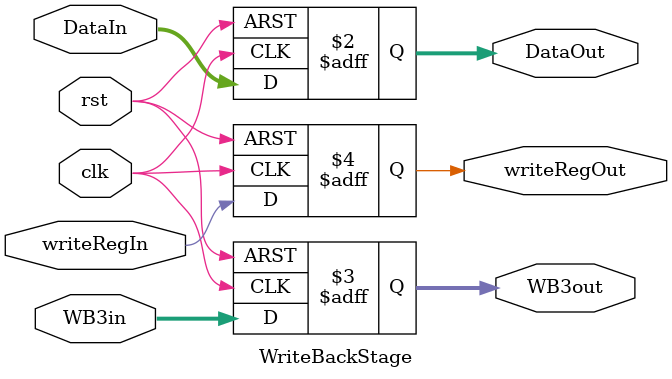
<source format=v>
module PCFetch (
    input clk,
    input rst,
    input [15:0] pc_next,
    input StallF,
    output reg [15:0] pc_out
);

    always @(posedge clk or posedge rst) begin
        if (rst) begin
            pc_out <= 16'h0000;
        end 
        if (StallF == 0) begin
            pc_out <= pc_next;
        end
    end

endmodule
//2: Decode Stage
module DecodeStage(input [15:0] InstructionIn,
input StallD,
input CLK,
input Reset,
output reg [15:0] InstructionOut);
always @ (posedge CLK or posedge Reset )begin
    if (Reset) begin
        InstructionOut <= 16'b0; 
    end
    if (StallD==0) begin
    InstructionOut <= InstructionIn;
    end
end
endmodule

// Stage 3: ExecuteStage
module ExecuteStage(
    input rst,
    input clk,
    input [15: 0] out1in, 
    input [15: 0] out2in,
    input [2: 0] wb1in,
    input [15: 0] extin,
    input forSignalIn,
    input writeRegIn,
    input [2: 0] aluControl,
    input BNEin,
    input IMMin,
    input branchIn,
    input writeMemoryIn,
    input loadIn,
    input FlushE,
    output [15: 0] out1out,
    output [15: 0] out2out,
    output reg [2: 0] wb1out,
    output [15: 0] extout,
    output forSignalOut,
    output writeRegOut,
    output [2: 0] aluControlOut,
    output BNEOut,
    output IMMOut,
    output branchOut,
    output writeMemoryOut,
    output loadOut
);


    reg [15: 0] out1out, out2out, extout;
    reg forSignalOut, writeRegOut;
    reg [2: 0] aluControlOut;
    reg BNEOut, IMMOut, branchOut, writeMemoryOut, loadOut;


    always @ (posedge clk or posedge rst) begin
        if (rst || FlushE) begin
            out1out = 16'h0000;
            out2out = 16'h0000;
            wb1out = 16'h0000;
            extout = 16'h0000;
            forSignalOut = 0;
            writeRegOut = 0;
            aluControlOut = 3'b000;
            BNEOut = 0;
            IMMOut = 0;
            branchOut = 0;
            writeMemoryOut = 0;
            loadOut = 0;
        end else begin
            out1out <= out1in;
            out2out <= out2in;
            wb1out <= wb1in;
            extout <= extin;
            forSignalOut <= forSignalIn;
            writeRegOut <= writeRegIn;
            aluControlOut <= aluControl;
            BNEOut <= BNEin;
            IMMOut <= IMMin;
            branchOut <= branchIn;
            writeMemoryOut <= writeMemoryIn;
            loadOut <= loadIn;
        end
    end
endmodule

// Stage 4: MemoryStage
module MemoryStage(
    input clk,
    input rst,
    input [15:0] aluIn, 
    input [15:0] DataIn, 
    input [2:0] WB2in, 
    input writeMemoryIn,
    input forSignalIn,
    input loadIn, 
    input writeRegIn,   
    output reg [15:0] aluOut,
    output reg [15:0] DataOut,
    output reg [2:0] WB2out,
    output reg writeMemoryOut,
    output reg forSignalOut,
    output reg loadOut,
    output reg writeRegOut
);

    // Sequential block to update outputs on clock or reset
    always @(posedge clk or posedge rst) begin
        if (rst) begin
            // Reset all outputs
            aluOut <= 16'h0000;
            DataOut <= 16'h0000;
            WB2out <= 3'b000;
            writeMemoryOut <= 0;
            forSignalOut <= 0;
            loadOut <= 0;
            writeRegOut <= 0;
        end else begin
            // Update outputs based on inputs
            aluOut <= aluIn;
            DataOut <= DataIn;
            WB2out <= WB2in;
            writeMemoryOut <= writeMemoryIn; // Properly updating writeMemoryOut
            forSignalOut <= forSignalIn;
            loadOut <= loadIn;
            writeRegOut <= writeRegIn;
        end
    end
endmodule

// Stage 4: WriteBack
module WriteBackStage(
    input clk,
    input rst,
    input [15: 0] DataIn,
    input [2: 0] WB3in,
    input writeRegIn,
    output [15: 0] DataOut,
    output [2: 0] WB3out,
    output writeRegOut

);

    reg [15: 0] DataOut;
    reg [2: 0] WB3out;
    reg writeRegOut;

    always @(posedge clk or posedge rst) begin
        if (rst) begin
            DataOut = 16'h0000;
            WB3out = 16'h0000;
            writeRegOut = 0;
        end else begin
            DataOut <= DataIn;
            WB3out <= WB3in;
            writeRegOut <= writeRegIn;
        end
    end
endmodule
</source>
